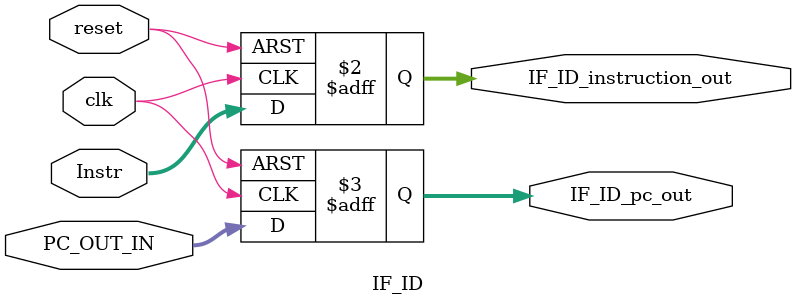
<source format=v>
`timescale 1ns / 1ps


module IF_ID(
input clk, reset,
    input [31:0] Instr,
    input [63:0] PC_OUT_IN,
    output reg [31:0] IF_ID_instruction_out,
    output reg [63:0] IF_ID_pc_out
    ); 
    
    always @(posedge clk or posedge reset) begin
        if (reset) begin
            IF_ID_pc_out <= 0;
            IF_ID_instruction_out <= 0;
        end
        else begin
            IF_ID_pc_out <= PC_OUT_IN;
            IF_ID_instruction_out <= Instr;
        end
    end
endmodule

</source>
